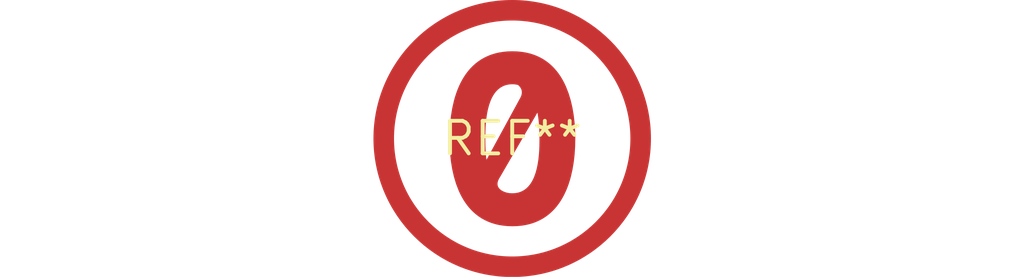
<source format=kicad_pcb>
(kicad_pcb (version 20240108) (generator pcbnew)
  (layers (0 "F.Cu" signal) (31 "B.Cu" signal) (34 "B.Paste" user) (35 "F.Paste" user) (36 "B.SilkS" user "B.Silkscreen") (37 "F.SilkS" user "F.Silkscreen") (38 "B.Mask" user) (39 "F.Mask" user) (44 "Edge.Cuts" user))
  (net 0 "")
  (footprint "Symbol_CC-PublicDomain_CopperTop_Big" (layer "F.Cu") (at 0 0)
    (property "Reference" "REF**")
    (property "Value" "Symbol_CC-PublicDomain_CopperTop_Big")
    (fp_circle (center 0 0) (end 5 0) (layer "F.Cu") (stroke (width 0.8)) (fill none))
    (fp_poly (pts (xy 0.186559 -3.396193) (xy 0.357322 -3.38042) (xy 0.519859 -3.354607) (xy 0.674351 -3.319145) (xy 0.820973 -3.274423) (xy 0.959905 -3.22083) (xy 1.091325 -3.158756) (xy 1.21541 -3.08859) (xy 1.332339 -3.010722) (xy 1.442289 -2.925542) (xy 1.545439 -2.83344) (xy 1.641967 -2.734803) (xy 1.732051 -2.630023) (xy 1.815868 -2.519489) (xy 1.893598 -2.403591) (xy 1.965417 -2.282717) (xy 2.031504 -2.157257) (xy 2.092037 -2.027602) (xy 2.197154 -1.757262) (xy 2.282191 -1.474812) (xy 2.348572 -1.183369) (xy 2.397723 -0.88605) (xy 2.431068 -0.585972) (xy 2.45003 -0.286249) (xy 2.456034 0.01) (xy 2.45003 0.30628) (xy 2.431068 0.606025) (xy 2.397723 0.90612) (xy 2.348572 1.203448) (xy 2.282191 1.494894) (xy 2.242093 1.637438) (xy 2.197154 1.777343) (xy 2.147194 1.91422) (xy 2.092037 2.047679) (xy 2.031504 2.177331) (xy 1.965417 2.302786) (xy 1.893598 2.423656) (xy 1.815868 2.539549) (xy 1.732051 2.650078) (xy 1.641967 2.754852) (xy 1.545439 2.853483) (xy 1.442289 2.94558) (xy 1.332339 3.030754) (xy 1.21541 3.108616) (xy 1.091325 3.178776) (xy 0.959905 3.240846) (xy 0.820973 3.294434) (xy 0.674351 3.339153) (xy 0.519859 3.374612) (xy 0.357322 3.400422) (xy 0.186559 3.416193) (xy 0.007394 3.421537) (xy -0.171804 3.416193) (xy -0.342596 3.400422) (xy -0.505161 3.374612) (xy -0.659676 3.339153) (xy -0.80632 3.294434) (xy -0.945271 3.240846) (xy -1.076707 3.178776) (xy -1.200806 3.108616) (xy -1.317747 3.030754) (xy -1.427707 2.94558) (xy -1.530866 2.853483) (xy -1.6274 2.754852) (xy -1.717488 2.650078) (xy -1.801309 2.539549) (xy -1.87904 2.423656) (xy -1.95086 2.302787) (xy -2.016946 2.177331) (xy -2.077478 2.047679) (xy -2.182589 1.777343) (xy -2.183516 1.774264) (xy -0.571995 1.774264) (xy -0.571016 1.794599) (xy -0.568593 1.814279) (xy -0.564774 1.833314) (xy -0.559607 1.851715) (xy -0.553139 1.869491) (xy -0.545419 1.886653) (xy -0.536495 1.903211) (xy -0.526414 1.919175) (xy -0.515225 1.934556) (xy -0.502975 1.949363) (xy -0.489712 1.963606) (xy -0.475483 1.977296) (xy -0.460338 1.990444) (xy -0.444324 2.003058) (xy -0.427488 2.01515) (xy -0.409878 2.026729) (xy -0.391543 2.037806) (xy -0.352888 2.058494) (xy -0.311905 2.077295) (xy -0.304446 2.08016) (xy -0.296817 2.082926) (xy -0.289057 2.085596) (xy -0.281207 2.088176) (xy -0.265389 2.093078) (xy -0.249675 2.097668) (xy -0.24034 2.100935) (xy -0.231108 2.104081) (xy -0.221807 2.107122) (xy -0.212264 2.110077) (xy -0.186598 2.115998) (xy -0.160434 2.121123) (xy -0.133757 2.125453) (xy -0.106555 2.128992) (xy -0.078815 2.13174) (xy -0.050524 2.1337) (xy -0.021668 2.134874) (xy 0.007765 2.135265) (xy 0.099303 2.131126) (xy 0.185392 2.118973) (xy 0.2662 2.099207) (xy 0.341894 2.072227) (xy 0.412639 2.038432) (xy 0.478603 1.998223) (xy 0.539953 1.951998) (xy 0.596854 1.900158) (xy 0.649475 1.843101) (xy 0.697981 1.781227) (xy 0.742539 1.714937) (xy 0.783317 1.644628) (xy 0.82048 1.570701) (xy 0.854196 1.493556) (xy 0.911951 1.331207) (xy 0.957917 1.160777) (xy 0.993427 0.985464) (xy 1.019815 0.808462) (xy 1.038414 0.632969) (xy 1.050558 0.46218) (xy 1.057581 0.299291) (xy 1.061599 0.01) (xy 1.058986 -0.211709) (xy 1.054851 -0.334766) (xy 1.048056 -0.463925) (xy 1.038024 -0.597659) (xy 1.024173 -0.734442) (xy 1.005926 -0.872749) (xy 0.982701 -1.011053) (xy -0.473778 1.504446) (xy -0.491841 1.532656) (xy -0.507934 1.5601) (xy -0.522104 1.586787) (xy -0.5344 1.612727) (xy -0.544868 1.637932) (xy -0.553558 1.66241) (xy -0.560516 1.686172) (xy -0.565791 1.709228) (xy -0.569431 1.731589) (xy -0.571483 1.753264) (xy -0.571995 1.774264) (xy -2.183516 1.774264) (xy -2.267619 1.494894) (xy -2.333992 1.203448) (xy -2.383134 0.90612) (xy -2.416471 0.606025) (xy -2.435428 0.30628) (xy -2.44143 0.01) (xy -2.441426 0.009815) (xy -1.046811 0.009815) (xy -1.045289 0.189134) (xy -1.042885 0.287359) (xy -1.03894 0.390209) (xy -1.03312 0.496871) (xy -1.02509 0.60653) (xy -1.014516 0.718372) (xy -1.001065 0.831584) (xy 0.302061 -1.563159) (xy 0.314142 -1.584879) (xy 0.325051 -1.606214) (xy 0.334814 -1.62717) (xy 0.343452 -1.647749) (xy 0.350992 -1.667955) (xy 0.357456 -1.687792) (xy 0.36287 -1.707264) (xy 0.367257 -1.726374) (xy 0.370642 -1.745126) (xy 0.373048 -1.763523) (xy 0.3745 -1.78157) (xy 0.375022 -1.79927) (xy 0.374639 -1.816626) (xy 0.373374 -1.833642) (xy 0.371252 -1.850322) (xy 0.368296 -1.866669) (xy 0.364531 -1.882688) (xy 0.359982 -1.898382) (xy 0.354672 -1.913754) (xy 0.348625 -1.928808) (xy 0.341866 -1.943548) (xy 0.334419 -1.957978) (xy 0.326309 -1.972101) (xy 0.317558 -1.985921) (xy 0.308192 -1.999441) (xy 0.298234 -2.012665) (xy 0.287709 -2.025597) (xy 0.276641 -2.03824) (xy 0.252973 -2.062677) (xy 0.227422 -2.086003) (xy 0.201658 -2.092091) (xy 0.175462 -2.097656) (xy 0.148802 -2.102609) (xy 0.121645 -2.106861) (xy 0.093958 -2.110324) (xy 0.065709 -2.112907) (xy 0.036865 -2.114522) (xy 0.007394 -2.11508) (xy -0.084177 -2.110941) (xy -0.170298 -2.09879) (xy -0.251136 -2.079026) (xy -0.326857 -2.05205) (xy -0.397628 -2.01826) (xy -0.463616 -1.978056) (xy -0.524987 -1.931838) (xy -0.58191 -1.880004) (xy -0.634549 -1.822955) (xy -0.683072 -1.761091) (xy -0.727646 -1.694809) (xy -0.768438 -1.624511) (xy -0.805614 -1.550595) (xy -0.839342 -1.473461) (xy -0.897117 -1.311137) (xy -0.943098 -1.140735) (xy -0.978619 -0.96545) (xy -1.005015 -0.788479) (xy -1.02362 -0.613017) (xy -1.035767 -0.442261) (xy -1.042792 -0.279407) (xy -1.046811 0.009815) (xy -2.441426 0.009815) (xy -2.435426 -0.286249) (xy -2.416463 -0.585972) (xy -2.383118 -0.88605) (xy -2.333966 -1.183369) (xy -2.267581 -1.474812) (xy -2.227482 -1.617356) (xy -2.18254 -1.757262) (xy -2.132578 -1.89414) (xy -2.077418 -2.027602) (xy -2.016881 -2.157257) (xy -1.95079 -2.282717) (xy -1.878966 -2.403591) (xy -1.801232 -2.519489) (xy -1.717408 -2.630023) (xy -1.627318 -2.734803) (xy -1.530783 -2.83344) (xy -1.427625 -2.925542) (xy -1.317666 -3.010722) (xy -1.200728 -3.08859) (xy -1.076633 -3.158756) (xy -0.945202 -3.22083) (xy -0.806258 -3.274423) (xy -0.659623 -3.319145) (xy -0.505118 -3.354607) (xy -0.342566 -3.38042) (xy -0.171787 -3.396193) (xy 0.007394 -3.401537)) (layer "F.Cu") (fill solid))
  )
)
</source>
